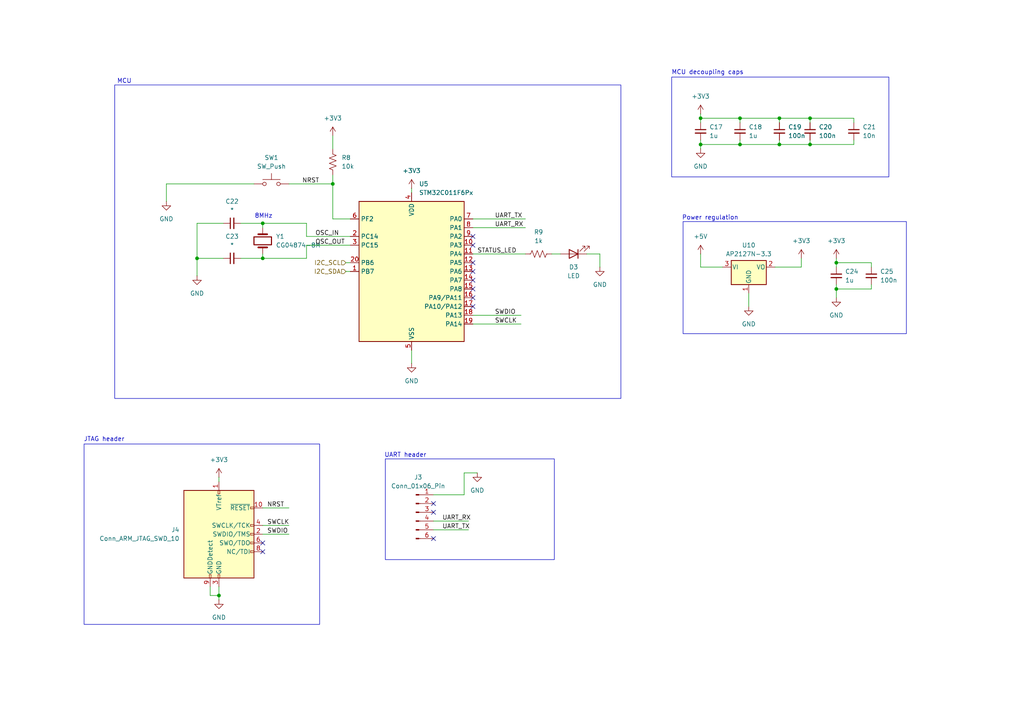
<source format=kicad_sch>
(kicad_sch (version 20250114) (generator "eeschema") (generator_version "9.0")
  (paper "A4")
  (lib_symbols
    (symbol "Connector:Conn_01x06_Pin" (pin_names (offset 1.016) (hide yes))
      (property "Reference" "J" (at 0 7.62 0))
      (property "Value" "Conn_01x06_Pin" (at 0 -10.16 0))
      (symbol "Conn_01x06_Pin_1_1"
        (rectangle (start 0.8636 5.207) (end 0 4.953) (stroke (width 0.1524)) (fill (type outline)))
        (rectangle (start 0.8636 2.667) (end 0 2.413) (stroke (width 0.1524)) (fill (type outline)))
        (rectangle (start 0.8636 0.127) (end 0 -0.127) (stroke (width 0.1524)) (fill (type outline)))
        (rectangle (start 0.8636 -2.413) (end 0 -2.667) (stroke (width 0.1524)) (fill (type outline)))
        (rectangle (start 0.8636 -4.953) (end 0 -5.207) (stroke (width 0.1524)) (fill (type outline)))
        (rectangle (start 0.8636 -7.493) (end 0 -7.747) (stroke (width 0.1524)) (fill (type outline)))
        (polyline (pts (xy 1.27 5.08) (xy 0.8636 5.08)) (stroke (width 0.1524)))
        (polyline (pts (xy 1.27 2.54) (xy 0.8636 2.54)) (stroke (width 0.1524)))
        (polyline (pts (xy 1.27 0) (xy 0.8636 0)) (stroke (width 0.1524)))
        (polyline (pts (xy 1.27 -2.54) (xy 0.8636 -2.54)) (stroke (width 0.1524)))
        (polyline (pts (xy 1.27 -5.08) (xy 0.8636 -5.08)) (stroke (width 0.1524)))
        (polyline (pts (xy 1.27 -7.62) (xy 0.8636 -7.62)) (stroke (width 0.1524)))
        (pin passive line (at 5.08 5.08 180) (length 3.81) (name "Pin_1") (number "1"))
        (pin passive line (at 5.08 2.54 180) (length 3.81) (name "Pin_2") (number "2"))
        (pin passive line (at 5.08 0 180) (length 3.81) (name "Pin_3") (number "3"))
        (pin passive line (at 5.08 -2.54 180) (length 3.81) (name "Pin_4") (number "4"))
        (pin passive line (at 5.08 -5.08 180) (length 3.81) (name "Pin_5") (number "5"))
        (pin passive line (at 5.08 -7.62 180) (length 3.81) (name "Pin_6") (number "6"))
      )
    )
    (symbol "Connector:Conn_ARM_JTAG_SWD_10" (pin_names (offset 1.016))
      (property "Reference" "J" (at -2.54 16.51 0))
      (property "Value" "Conn_ARM_JTAG_SWD_10" (at -2.54 13.97 0))
      (symbol "Conn_ARM_JTAG_SWD_10_0_1"
        (rectangle (start -10.16 12.7) (end 10.16 -12.7) (stroke (width 0.254)) (fill (type background)))
        (rectangle (start -2.794 -12.7) (end -2.286 -11.684))
        (rectangle (start -0.254 12.7) (end 0.254 11.684))
        (rectangle (start -0.254 -12.7) (end 0.254 -11.684))
        (rectangle (start 9.144 2.286) (end 10.16 2.794))
        (rectangle (start 10.16 7.874) (end 9.144 7.366))
        (rectangle (start 10.16 -0.254) (end 9.144 0.254))
        (rectangle (start 10.16 -2.794) (end 9.144 -2.286))
      )
      (symbol "Conn_ARM_JTAG_SWD_10_1_1"
        (rectangle (start 9.144 -5.334) (end 10.16 -4.826))
        (pin no_connect line (at -10.16 0 0) (length 2.54) (hide yes) (name "KEY") (number "7"))
        (pin passive line (at -2.54 -15.24 90) (length 2.54) (name "GNDDetect") (number "9"))
        (pin power_in line (at 0 15.24 270) (length 2.54) (name "VTref") (number "1"))
        (pin power_in line (at 0 -15.24 90) (length 2.54) (name "GND") (number "3"))
        (pin passive line (at 0 -15.24 90) (length 2.54) (hide yes) (name "GND") (number "5"))
        (pin open_collector line (at 12.7 7.62 180) (length 2.54) (name "~{RESET}") (number "10"))
        (pin output line (at 12.7 2.54 180) (length 2.54) (name "SWCLK/TCK") (number "4"))
        (pin bidirectional line (at 12.7 0 180) (length 2.54) (name "SWDIO/TMS") (number "2"))
        (pin input line (at 12.7 -2.54 180) (length 2.54) (name "SWO/TDO") (number "6"))
        (pin output line (at 12.7 -5.08 180) (length 2.54) (name "NC/TDI") (number "8"))
      )
    )
    (symbol "Device:C_Small" (pin_numbers (hide yes)) (pin_names (offset 0.254) (hide yes))
      (property "Reference" "C" (at 0.254 1.778 0))
      (property "Value" "C_Small" (at 0.254 -2.032 0))
      (symbol "C_Small_0_1"
        (polyline (pts (xy -1.524 0.508) (xy 1.524 0.508)) (stroke (width 0.3048)))
        (polyline (pts (xy -1.524 -0.508) (xy 1.524 -0.508)) (stroke (width 0.3302)))
      )
      (symbol "C_Small_1_1"
        (pin passive line (at 0 2.54 270) (length 2.032) (name "~") (number "1"))
        (pin passive line (at 0 -2.54 90) (length 2.032) (name "~") (number "2"))
      )
    )
    (symbol "Device:Crystal" (pin_numbers (hide yes)) (pin_names (offset 1.016) (hide yes))
      (property "Reference" "Y" (at 0 3.81 0))
      (property "Value" "Crystal" (at 0 -3.81 0))
      (symbol "Crystal_0_1"
        (polyline (pts (xy -2.54 0) (xy -1.905 0)))
        (polyline (pts (xy -1.905 -1.27) (xy -1.905 1.27)) (stroke (width 0.508)))
        (rectangle (start -1.143 2.54) (end 1.143 -2.54) (stroke (width 0.3048)))
        (polyline (pts (xy 1.905 -1.27) (xy 1.905 1.27)) (stroke (width 0.508)))
        (polyline (pts (xy 2.54 0) (xy 1.905 0)))
      )
      (symbol "Crystal_1_1"
        (pin passive line (at -3.81 0 0) (length 1.27) (name "1") (number "1"))
        (pin passive line (at 3.81 0 180) (length 1.27) (name "2") (number "2"))
      )
    )
    (symbol "Device:LED" (pin_numbers (hide yes)) (pin_names (offset 1.016) (hide yes))
      (property "Reference" "D" (at 0 2.54 0))
      (property "Value" "LED" (at 0 -2.54 0))
      (symbol "LED_0_1"
        (polyline (pts (xy -3.048 -0.762) (xy -4.572 -2.286) (xy -3.81 -2.286) (xy -4.572 -2.286) (xy -4.572 -1.524)))
        (polyline (pts (xy -1.778 -0.762) (xy -3.302 -2.286) (xy -2.54 -2.286) (xy -3.302 -2.286) (xy -3.302 -1.524)))
        (polyline (pts (xy -1.27 0) (xy 1.27 0)))
        (polyline (pts (xy -1.27 -1.27) (xy -1.27 1.27)) (stroke (width 0.254)))
        (polyline (pts (xy 1.27 -1.27) (xy 1.27 1.27) (xy -1.27 0) (xy 1.27 -1.27)) (stroke (width 0.254)))
      )
      (symbol "LED_1_1"
        (pin passive line (at -3.81 0 0) (length 2.54) (name "K") (number "1"))
        (pin passive line (at 3.81 0 180) (length 2.54) (name "A") (number "2"))
      )
    )
    (symbol "Device:R_US" (pin_numbers (hide yes)) (pin_names (offset 0))
      (property "Reference" "R" (at 2.54 0 90))
      (property "Value" "R_US" (at -2.54 0 90))
      (symbol "R_US_0_1"
        (polyline (pts (xy 0 2.286) (xy 0 2.54)))
        (polyline (pts (xy 0 2.286) (xy 1.016 1.905) (xy 0 1.524) (xy -1.016 1.143) (xy 0 0.762)))
        (polyline (pts (xy 0 0.762) (xy 1.016 0.381) (xy 0 0) (xy -1.016 -0.381) (xy 0 -0.762)))
        (polyline (pts (xy 0 -0.762) (xy 1.016 -1.143) (xy 0 -1.524) (xy -1.016 -1.905) (xy 0 -2.286)))
        (polyline (pts (xy 0 -2.286) (xy 0 -2.54)))
      )
      (symbol "R_US_1_1"
        (pin passive line (at 0 3.81 270) (length 1.27) (name "~") (number "1"))
        (pin passive line (at 0 -3.81 90) (length 1.27) (name "~") (number "2"))
      )
    )
    (symbol "MCU_ST_STM32C0:STM32C011F6Px"
      (property "Reference" "U" (at -15.24 21.59 0))
      (property "Value" "STM32C011F6Px" (at 2.54 21.59 0))
      (symbol "STM32C011F6Px_0_1"
        (rectangle (start -15.24 -20.32) (end 15.24 20.32) (stroke (width 0.254)) (fill (type background)))
      )
      (symbol "STM32C011F6Px_1_1"
        (pin bidirectional line (at -17.78 15.24 0) (length 2.54) (name "PF2") (number "6"))
        (pin bidirectional line (at -17.78 10.16 0) (length 2.54) (name "PC14") (number "2"))
        (pin bidirectional line (at -17.78 7.62 0) (length 2.54) (name "PC15") (number "3"))
        (pin bidirectional line (at -17.78 2.54 0) (length 2.54) (name "PB6") (number "20"))
        (pin bidirectional line (at -17.78 0 0) (length 2.54) (name "PB7") (number "1"))
        (pin power_in line (at 0 22.86 270) (length 2.54) (name "VDD") (number "4"))
        (pin power_in line (at 0 -22.86 90) (length 2.54) (name "VSS") (number "5"))
        (pin bidirectional line (at 17.78 15.24 180) (length 2.54) (name "PA0") (number "7"))
        (pin bidirectional line (at 17.78 12.7 180) (length 2.54) (name "PA1") (number "8"))
        (pin bidirectional line (at 17.78 10.16 180) (length 2.54) (name "PA2") (number "9"))
        (pin bidirectional line (at 17.78 7.62 180) (length 2.54) (name "PA3") (number "10"))
        (pin bidirectional line (at 17.78 5.08 180) (length 2.54) (name "PA4") (number "11"))
        (pin bidirectional line (at 17.78 2.54 180) (length 2.54) (name "PA5") (number "12"))
        (pin bidirectional line (at 17.78 0 180) (length 2.54) (name "PA6") (number "13"))
        (pin bidirectional line (at 17.78 -2.54 180) (length 2.54) (name "PA7") (number "14"))
        (pin bidirectional line (at 17.78 -5.08 180) (length 2.54) (name "PA8") (number "15"))
        (pin bidirectional line (at 17.78 -7.62 180) (length 2.54) (name "PA9/PA11") (number "16"))
        (pin bidirectional line (at 17.78 -10.16 180) (length 2.54) (name "PA10/PA12") (number "17"))
        (pin bidirectional line (at 17.78 -12.7 180) (length 2.54) (name "PA13") (number "18"))
        (pin bidirectional line (at 17.78 -15.24 180) (length 2.54) (name "PA14") (number "19"))
      )
    )
    (symbol "Regulator_Linear:AP2127N-3.3" (pin_names (offset 0.254))
      (property "Reference" "U" (at -3.81 3.175 0))
      (property "Value" "AP2127N-3.3" (at 0 3.175 0))
      (symbol "AP2127N-3.3_0_1"
        (rectangle (start -5.08 1.905) (end 5.08 -5.08) (stroke (width 0.254)) (fill (type background)))
      )
      (symbol "AP2127N-3.3_1_1"
        (pin power_in line (at -7.62 0 0) (length 2.54) (name "VI") (number "3"))
        (pin power_in line (at 0 -7.62 90) (length 2.54) (name "GND") (number "1"))
        (pin power_out line (at 7.62 0 180) (length 2.54) (name "VO") (number "2"))
      )
    )
    (symbol "Switch:SW_Push" (pin_numbers (hide yes)) (pin_names (offset 1.016) (hide yes))
      (property "Reference" "SW" (at 1.27 2.54 0))
      (property "Value" "SW_Push" (at 0 -1.524 0))
      (symbol "SW_Push_0_1"
        (circle (center -2.032 0) (radius 0.508))
        (polyline (pts (xy 0 1.27) (xy 0 3.048)))
        (circle (center 2.032 0) (radius 0.508))
        (polyline (pts (xy 2.54 1.27) (xy -2.54 1.27)))
        (pin passive line (at -5.08 0 0) (length 2.54) (name "1") (number "1"))
        (pin passive line (at 5.08 0 180) (length 2.54) (name "2") (number "2"))
      )
    )
    (symbol "power:+3V3" (power) (pin_numbers (hide yes)) (pin_names (offset 0) (hide yes))
      (property "Value" "+3V3" (at 0 3.556 0))
      (symbol "+3V3_0_1"
        (polyline (pts (xy -0.762 1.27) (xy 0 2.54)))
        (polyline (pts (xy 0 2.54) (xy 0.762 1.27)))
        (polyline (pts (xy 0 0) (xy 0 2.54)))
      )
      (symbol "+3V3_1_1"
        (pin power_in line (at 0 0 90) (length 0) (name "~") (number "1"))
      )
    )
    (symbol "power:+5V" (power) (pin_numbers (hide yes)) (pin_names (offset 0) (hide yes))
      (property "Value" "+5V" (at 0 3.556 0))
      (symbol "+5V_0_1"
        (polyline (pts (xy -0.762 1.27) (xy 0 2.54)))
        (polyline (pts (xy 0 2.54) (xy 0.762 1.27)))
        (polyline (pts (xy 0 0) (xy 0 2.54)))
      )
      (symbol "+5V_1_1"
        (pin power_in line (at 0 0 90) (length 0) (name "~") (number "1"))
      )
    )
    (symbol "power:GND" (power) (pin_numbers (hide yes)) (pin_names (offset 0) (hide yes))
      (property "Value" "GND" (at 0 -3.81 0))
      (symbol "GND_0_1"
        (polyline (pts (xy 0 0) (xy 0 -1.27) (xy 1.27 -1.27) (xy 0 -2.54) (xy -1.27 -1.27) (xy 0 -1.27)))
      )
      (symbol "GND_1_1"
        (pin power_in line (at 0 0 270) (length 0) (name "~") (number "1"))
      )
    )
  )
  (rectangle (start 33.274 24.638) (end 180.086 115.57))
  (rectangle (start 111.76 133.096) (end 160.782 162.306))
  (rectangle (start 194.818 22.352) (end 257.81 51.308))
  (rectangle (start 198.12 64.262) (end 262.89 96.774))
  (rectangle (start 24.384 128.778) (end 92.71 181.102))
  (text "JTAG header\n" (at 30.226 127.508 0) (effects (font (size 1.27 1.27))))
  (text "UART header\n" (at 117.602 132.08 0) (effects (font (size 1.27 1.27))))
  (text "8MHz\n" (at 76.454 62.738 0) (effects (font (size 1.27 1.27))))
  (text "MCU decoupling caps\n" (at 205.232 21.082 0) (effects (font (size 1.27 1.27))))
  (text "MCU\n" (at 36.068 23.622 0) (effects (font (size 1.27 1.27))))
  (text "Power regulation\n" (at 205.994 63.246 0) (effects (font (size 1.27 1.27))))
  (junction (at 242.57 83.82))
  (junction (at 242.57 76.2))
  (junction (at 57.15 74.93))
  (junction (at 203.2 34.29))
  (junction (at 96.52 53.34))
  (junction (at 203.2 41.91))
  (junction (at 214.63 34.29))
  (junction (at 226.06 41.91))
  (junction (at 234.95 34.29))
  (junction (at 234.95 41.91))
  (junction (at 226.06 34.29))
  (junction (at 76.2 64.77))
  (junction (at 76.2 74.93))
  (junction (at 214.63 41.91))
  (junction (at 63.5 172.72))
  (no_connect (at 125.73 156.21))
  (no_connect (at 76.2 157.48))
  (no_connect (at 137.16 68.58))
  (no_connect (at 137.16 88.9))
  (no_connect (at 76.2 160.02))
  (no_connect (at 137.16 78.74))
  (no_connect (at 137.16 86.36))
  (no_connect (at 137.16 71.12))
  (no_connect (at 125.73 148.59))
  (no_connect (at 137.16 83.82))
  (no_connect (at 137.16 76.2))
  (no_connect (at 125.73 146.05))
  (no_connect (at 137.16 81.28))
  (wire (pts (xy 247.65 41.91) (xy 234.95 41.91)))
  (wire (pts (xy 234.95 41.91) (xy 234.95 40.64)))
  (wire (pts (xy 119.38 101.6) (xy 119.38 105.41)))
  (wire (pts (xy 63.5 170.18) (xy 63.5 172.72)))
  (wire (pts (xy 232.41 74.93) (xy 232.41 77.47)))
  (wire (pts (xy 203.2 73.66) (xy 203.2 77.47)))
  (wire (pts (xy 100.33 78.74) (xy 101.6 78.74)))
  (wire (pts (xy 48.26 53.34) (xy 48.26 58.42)))
  (wire (pts (xy 88.9 68.58) (xy 101.6 68.58)))
  (wire (pts (xy 242.57 82.55) (xy 242.57 83.82)))
  (wire (pts (xy 226.06 34.29) (xy 234.95 34.29)))
  (wire (pts (xy 88.9 64.77) (xy 88.9 68.58)))
  (wire (pts (xy 217.17 85.09) (xy 217.17 88.9)))
  (wire (pts (xy 137.16 66.04) (xy 152.4 66.04)))
  (wire (pts (xy 226.06 34.29) (xy 226.06 35.56)))
  (wire (pts (xy 76.2 152.4) (xy 83.82 152.4)))
  (wire (pts (xy 209.55 77.47) (xy 203.2 77.47)))
  (wire (pts (xy 88.9 71.12) (xy 88.9 74.93)))
  (wire (pts (xy 203.2 40.64) (xy 203.2 41.91)))
  (wire (pts (xy 125.73 153.67) (xy 135.89 153.67)))
  (wire (pts (xy 69.85 64.77) (xy 76.2 64.77)))
  (wire (pts (xy 60.96 172.72) (xy 63.5 172.72)))
  (wire (pts (xy 125.73 143.51) (xy 134.62 143.51)))
  (wire (pts (xy 203.2 41.91) (xy 214.63 41.91)))
  (wire (pts (xy 137.16 63.5) (xy 152.4 63.5)))
  (wire (pts (xy 76.2 147.32) (xy 83.82 147.32)))
  (wire (pts (xy 60.96 170.18) (xy 60.96 172.72)))
  (wire (pts (xy 101.6 71.12) (xy 88.9 71.12)))
  (wire (pts (xy 247.65 34.29) (xy 247.65 35.56)))
  (wire (pts (xy 57.15 64.77) (xy 57.15 74.93)))
  (wire (pts (xy 160.02 73.66) (xy 162.56 73.66)))
  (wire (pts (xy 137.16 73.66) (xy 152.4 73.66)))
  (wire (pts (xy 76.2 154.94) (xy 83.82 154.94)))
  (wire (pts (xy 125.73 151.13) (xy 135.89 151.13)))
  (wire (pts (xy 242.57 83.82) (xy 252.73 83.82)))
  (wire (pts (xy 101.6 63.5) (xy 96.52 63.5)))
  (wire (pts (xy 137.16 91.44) (xy 151.13 91.44)))
  (wire (pts (xy 57.15 74.93) (xy 57.15 80.01)))
  (wire (pts (xy 242.57 83.82) (xy 242.57 86.36)))
  (wire (pts (xy 214.63 41.91) (xy 226.06 41.91)))
  (wire (pts (xy 203.2 33.02) (xy 203.2 34.29)))
  (wire (pts (xy 64.77 64.77) (xy 57.15 64.77)))
  (wire (pts (xy 226.06 41.91) (xy 234.95 41.91)))
  (wire (pts (xy 76.2 74.93) (xy 76.2 73.66)))
  (wire (pts (xy 214.63 34.29) (xy 226.06 34.29)))
  (wire (pts (xy 69.85 74.93) (xy 76.2 74.93)))
  (wire (pts (xy 137.16 93.98) (xy 151.13 93.98)))
  (wire (pts (xy 234.95 34.29) (xy 234.95 35.56)))
  (wire (pts (xy 173.99 73.66) (xy 173.99 77.47)))
  (wire (pts (xy 83.82 53.34) (xy 96.52 53.34)))
  (wire (pts (xy 203.2 34.29) (xy 214.63 34.29)))
  (wire (pts (xy 63.5 138.43) (xy 63.5 139.7)))
  (wire (pts (xy 73.66 53.34) (xy 48.26 53.34)))
  (wire (pts (xy 252.73 77.47) (xy 252.73 76.2)))
  (wire (pts (xy 247.65 40.64) (xy 247.65 41.91)))
  (wire (pts (xy 134.62 143.51) (xy 134.62 137.16)))
  (wire (pts (xy 252.73 76.2) (xy 242.57 76.2)))
  (wire (pts (xy 170.18 73.66) (xy 173.99 73.66)))
  (wire (pts (xy 203.2 41.91) (xy 203.2 43.18)))
  (wire (pts (xy 96.52 50.8) (xy 96.52 53.34)))
  (wire (pts (xy 242.57 76.2) (xy 242.57 77.47)))
  (wire (pts (xy 88.9 74.93) (xy 76.2 74.93)))
  (wire (pts (xy 63.5 172.72) (xy 63.5 173.99)))
  (wire (pts (xy 252.73 83.82) (xy 252.73 82.55)))
  (wire (pts (xy 224.79 77.47) (xy 232.41 77.47)))
  (wire (pts (xy 242.57 74.93) (xy 242.57 76.2)))
  (wire (pts (xy 76.2 64.77) (xy 76.2 66.04)))
  (wire (pts (xy 96.52 53.34) (xy 96.52 63.5)))
  (wire (pts (xy 76.2 64.77) (xy 88.9 64.77)))
  (wire (pts (xy 234.95 34.29) (xy 247.65 34.29)))
  (wire (pts (xy 134.62 137.16) (xy 138.43 137.16)))
  (wire (pts (xy 100.33 76.2) (xy 101.6 76.2)))
  (wire (pts (xy 203.2 34.29) (xy 203.2 35.56)))
  (wire (pts (xy 226.06 40.64) (xy 226.06 41.91)))
  (wire (pts (xy 119.38 54.61) (xy 119.38 55.88)))
  (wire (pts (xy 214.63 34.29) (xy 214.63 35.56)))
  (wire (pts (xy 96.52 39.37) (xy 96.52 43.18)))
  (wire (pts (xy 57.15 74.93) (xy 64.77 74.93)))
  (wire (pts (xy 214.63 40.64) (xy 214.63 41.91)))
  (label "UART_RX" (at 128.27 151.13 0))
  (label "UART_TX" (at 128.27 153.67 0))
  (label "NRST" (at 77.47 147.32 0))
  (label "SWDIO" (at 77.47 154.94 0))
  (label "OSC_OUT" (at 91.44 71.12 0))
  (label "SWCLK" (at 143.51 93.98 0))
  (label "SWCLK" (at 77.47 152.4 0))
  (label "NRST" (at 87.63 53.34 0))
  (label "SWDIO" (at 143.51 91.44 0))
  (label "UART_TX" (at 143.51 63.5 0))
  (label "UART_RX" (at 143.51 66.04 0))
  (label "OSC_IN" (at 91.44 68.58 0))
  (label "STATUS_LED" (at 138.43 73.66 0))
  (hierarchical_label "I2C_SCL" (shape input) (at 100.33 76.2 180))
  (hierarchical_label "I2C_SDA" (shape input) (at 100.33 78.74 180))
  (symbol (lib_id "Device:Crystal") (at 76.2 69.85 90) (unit 1)
    (property "Reference" "Y1" (at 80.01 68.5799 90) (effects (justify right)))
    (property "Value" "CG04874-8M" (at 80.01 71.1199 90) (effects (justify right)))
    (property "Footprint" "footprints:XTAL_CG04874_NDK" (effects (hide yes)))
    (property "Description" "Two pin crystal" (effects (hide yes)))
  )
  (symbol (lib_id "power:+3V3") (at 96.52 39.37 0) (unit 1)
    (property "Reference" "#PWR042" (effects (hide yes)))
    (property "Value" "+3V3" (at 96.52 34.29 0))
    (property "Description" "Power symbol creates a global label with name \"+3V3\"" (effects (hide yes)))
  )
  (symbol (lib_id "power:GND") (at 173.99 77.47 0) (unit 1)
    (property "Reference" "#PWR044" (effects (hide yes)))
    (property "Value" "GND" (at 173.99 82.55 0))
    (property "Description" "Power symbol creates a global label with name \"GND\" , ground" (effects (hide yes)))
  )
  (symbol (lib_id "Device:C_Small") (at 214.63 38.1 0) (unit 1)
    (property "Reference" "C18" (at 217.17 36.8362 0) (effects (justify left)))
    (property "Value" "1u" (at 217.17 39.3762 0) (effects (justify left)))
    (property "Footprint" "Capacitor_SMD:C_0603_1608Metric_Pad1.08x0.95mm_HandSolder" (effects (hide yes)))
    (property "Description" "Unpolarized capacitor, small symbol" (effects (hide yes)))
  )
  (symbol (lib_id "Device:R_US") (at 96.52 46.99 0) (unit 1)
    (property "Reference" "R8" (at 99.06 45.7199 0) (effects (justify left)))
    (property "Value" "10k" (at 99.06 48.2599 0) (effects (justify left)))
    (property "Footprint" "Resistor_SMD:R_0603_1608Metric_Pad0.98x0.95mm_HandSolder" (effects (hide yes)))
    (property "Description" "Resistor, US symbol" (effects (hide yes)))
  )
  (symbol (lib_id "Regulator_Linear:AP2127N-3.3") (at 217.17 77.47 0) (unit 1)
    (property "Reference" "U10" (at 217.17 71.12 0))
    (property "Value" "AP2127N-3.3" (at 217.17 73.66 0))
    (property "Footprint" "Package_TO_SOT_SMD:SOT-23" (effects (hide yes)))
    (property "Datasheet" "https://www.diodes.com/assets/Datasheets/AP2127.pdf" (effects (hide yes)))
    (property "Description" "300mA low dropout linear regulator, shutdown pin, 2.5V-6V input voltage, 3.3V fixed positive output, SOT-23 package" (effects (hide yes)))
  )
  (symbol (lib_id "Device:LED") (at 166.37 73.66 180) (unit 1)
    (property "Reference" "D3" (at 166.37 77.47 0))
    (property "Value" "LED" (at 166.37 80.01 0))
    (property "Footprint" "LED_SMD:LED_0603_1608Metric_Pad1.05x0.95mm_HandSolder" (effects (hide yes)))
    (property "Description" "Light emitting diode" (effects (hide yes)))
    (property "Sim.Pins" "1=K 2=A" (effects (hide yes)))
  )
  (symbol (lib_id "Device:C_Small") (at 203.2 38.1 0) (unit 1)
    (property "Reference" "C17" (at 205.74 36.8362 0) (effects (justify left)))
    (property "Value" "1u" (at 205.74 39.3762 0) (effects (justify left)))
    (property "Footprint" "Capacitor_SMD:C_0603_1608Metric_Pad1.08x0.95mm_HandSolder" (effects (hide yes)))
    (property "Description" "Unpolarized capacitor, small symbol" (effects (hide yes)))
  )
  (symbol (lib_id "Device:C_Small") (at 67.31 64.77 90) (unit 1)
    (property "Reference" "C22" (at 67.3163 58.42 90))
    (property "Value" "*" (at 67.3163 60.96 90))
    (property "Footprint" "Capacitor_SMD:C_0603_1608Metric_Pad1.08x0.95mm_HandSolder" (effects (hide yes)))
    (property "Description" "Unpolarized capacitor, small symbol" (effects (hide yes)))
  )
  (symbol (lib_id "power:+3V3") (at 242.57 74.93 0) (unit 1)
    (property "Reference" "#PWR051" (effects (hide yes)))
    (property "Value" "+3V3" (at 242.57 69.85 0))
    (property "Description" "Power symbol creates a global label with name \"+3V3\"" (effects (hide yes)))
  )
  (symbol (lib_id "power:GND") (at 217.17 88.9 0) (unit 1)
    (property "Reference" "#PWR050" (effects (hide yes)))
    (property "Value" "GND" (at 217.17 93.98 0))
    (property "Description" "Power symbol creates a global label with name \"GND\" , ground" (effects (hide yes)))
  )
  (symbol (lib_id "power:GND") (at 138.43 137.16 0) (unit 1)
    (property "Reference" "#PWR047" (effects (hide yes)))
    (property "Value" "GND" (at 138.43 142.24 0))
    (property "Description" "Power symbol creates a global label with name \"GND\" , ground" (effects (hide yes)))
  )
  (symbol (lib_id "Switch:SW_Push") (at 78.74 53.34 0) (unit 1)
    (property "Reference" "SW1" (at 78.74 45.72 0))
    (property "Value" "SW_Push" (at 78.74 48.26 0))
    (property "Footprint" "Button_Switch_THT:SW_PUSH_6mm" (effects (hide yes)))
    (property "Description" "Push button switch, generic, two pins" (effects (hide yes)))
  )
  (symbol (lib_id "Connector:Conn_ARM_JTAG_SWD_10") (at 63.5 154.94 0) (unit 1)
    (property "Reference" "J4" (at 52.07 153.6699 0) (effects (justify right)))
    (property "Value" "Conn_ARM_JTAG_SWD_10" (at 52.07 156.2099 0) (effects (justify right)))
    (property "Footprint" "Connector_PinHeader_1.27mm:PinHeader_2x05_P1.27mm_Vertical" (effects (hide yes)))
    (property "Datasheet" "http://infocenter.arm.com/help/topic/com.arm.doc.ddi0314h/DDI0314H_coresight_components_trm.pdf" (effects (hide yes)))
    (property "Description" "Cortex Debug Connector, standard ARM Cortex-M SWD and JTAG interface" (effects (hide yes)))
  )
  (symbol (lib_id "Device:C_Small") (at 247.65 38.1 0) (unit 1)
    (property "Reference" "C21" (at 250.19 36.8362 0) (effects (justify left)))
    (property "Value" "10n" (at 250.19 39.3762 0) (effects (justify left)))
    (property "Footprint" "Capacitor_SMD:C_0603_1608Metric_Pad1.08x0.95mm_HandSolder" (effects (hide yes)))
    (property "Description" "Unpolarized capacitor, small symbol" (effects (hide yes)))
  )
  (symbol (lib_id "Device:C_Small") (at 252.73 80.01 0) (unit 1)
    (property "Reference" "C25" (at 255.27 78.7462 0) (effects (justify left)))
    (property "Value" "100n" (at 255.27 81.2862 0) (effects (justify left)))
    (property "Footprint" "Capacitor_SMD:C_0603_1608Metric_Pad1.08x0.95mm_HandSolder" (effects (hide yes)))
    (property "Description" "Unpolarized capacitor, small symbol" (effects (hide yes)))
  )
  (symbol (lib_id "power:+3V3") (at 119.38 54.61 0) (unit 1)
    (property "Reference" "#PWR026" (effects (hide yes)))
    (property "Value" "+3V3" (at 119.38 49.53 0))
    (property "Description" "Power symbol creates a global label with name \"+3V3\"" (effects (hide yes)))
  )
  (symbol (lib_id "power:+3V3") (at 203.2 33.02 0) (unit 1)
    (property "Reference" "#PWR039" (effects (hide yes)))
    (property "Value" "+3V3" (at 203.2 27.94 0))
    (property "Description" "Power symbol creates a global label with name \"+3V3\"" (effects (hide yes)))
  )
  (symbol (lib_id "Device:C_Small") (at 67.31 74.93 90) (unit 1)
    (property "Reference" "C23" (at 67.3163 68.58 90))
    (property "Value" "*" (at 67.3163 71.12 90))
    (property "Footprint" "Capacitor_SMD:C_0603_1608Metric_Pad1.08x0.95mm_HandSolder" (effects (hide yes)))
    (property "Description" "Unpolarized capacitor, small symbol" (effects (hide yes)))
  )
  (symbol (lib_id "power:GND") (at 48.26 58.42 0) (unit 1)
    (property "Reference" "#PWR043" (effects (hide yes)))
    (property "Value" "GND" (at 48.26 63.5 0))
    (property "Description" "Power symbol creates a global label with name \"GND\" , ground" (effects (hide yes)))
  )
  (symbol (lib_id "power:+5V") (at 203.2 73.66 0) (unit 1)
    (property "Reference" "#PWR048" (effects (hide yes)))
    (property "Value" "+5V" (at 203.2 68.58 0))
    (property "Description" "Power symbol creates a global label with name \"+5V\"" (effects (hide yes)))
  )
  (symbol (lib_id "Connector:Conn_01x06_Pin") (at 120.65 148.59 0) (unit 1)
    (property "Reference" "J3" (at 121.285 138.43 0))
    (property "Value" "Conn_01x06_Pin" (at 121.285 140.97 0))
    (property "Footprint" "Connector_PinHeader_2.54mm:PinHeader_1x06_P2.54mm_Vertical" (effects (hide yes)))
    (property "Description" "Generic connector, single row, 01x06, script generated" (effects (hide yes)))
  )
  (symbol (lib_id "power:GND") (at 242.57 86.36 0) (unit 1)
    (property "Reference" "#PWR052" (effects (hide yes)))
    (property "Value" "GND" (at 242.57 91.44 0))
    (property "Description" "Power symbol creates a global label with name \"GND\" , ground" (effects (hide yes)))
  )
  (symbol (lib_id "Device:R_US") (at 156.21 73.66 270) (unit 1)
    (property "Reference" "R9" (at 156.21 67.31 90))
    (property "Value" "1k" (at 156.21 69.85 90))
    (property "Footprint" "Resistor_SMD:R_0603_1608Metric_Pad0.98x0.95mm_HandSolder" (effects (hide yes)))
    (property "Description" "Resistor, US symbol" (effects (hide yes)))
  )
  (symbol (lib_id "power:+3V3") (at 63.5 138.43 0) (unit 1)
    (property "Reference" "#PWR045" (effects (hide yes)))
    (property "Value" "+3V3" (at 63.5 133.35 0))
    (property "Description" "Power symbol creates a global label with name \"+3V3\"" (effects (hide yes)))
  )
  (symbol (lib_id "power:+3V3") (at 232.41 74.93 0) (unit 1)
    (property "Reference" "#PWR049" (effects (hide yes)))
    (property "Value" "+3V3" (at 232.41 69.85 0))
    (property "Description" "Power symbol creates a global label with name \"+3V3\"" (effects (hide yes)))
  )
  (symbol (lib_id "power:GND") (at 57.15 80.01 0) (unit 1)
    (property "Reference" "#PWR041" (effects (hide yes)))
    (property "Value" "GND" (at 57.15 85.09 0))
    (property "Description" "Power symbol creates a global label with name \"GND\" , ground" (effects (hide yes)))
  )
  (symbol (lib_id "power:GND") (at 119.38 105.41 0) (unit 1)
    (property "Reference" "#PWR027" (effects (hide yes)))
    (property "Value" "GND" (at 119.38 110.49 0))
    (property "Description" "Power symbol creates a global label with name \"GND\" , ground" (effects (hide yes)))
  )
  (symbol (lib_id "power:GND") (at 203.2 43.18 0) (unit 1)
    (property "Reference" "#PWR040" (effects (hide yes)))
    (property "Value" "GND" (at 203.2 48.26 0))
    (property "Description" "Power symbol creates a global label with name \"GND\" , ground" (effects (hide yes)))
  )
  (symbol (lib_id "Device:C_Small") (at 234.95 38.1 0) (unit 1)
    (property "Reference" "C20" (at 237.49 36.8362 0) (effects (justify left)))
    (property "Value" "100n" (at 237.49 39.3762 0) (effects (justify left)))
    (property "Footprint" "Capacitor_SMD:C_0603_1608Metric_Pad1.08x0.95mm_HandSolder" (effects (hide yes)))
    (property "Description" "Unpolarized capacitor, small symbol" (effects (hide yes)))
  )
  (symbol (lib_id "MCU_ST_STM32C0:STM32C011F6Px") (at 119.38 78.74 0) (unit 1)
    (property "Reference" "U5" (at 121.5233 53.34 0) (effects (justify left)))
    (property "Value" "STM32C011F6Px" (at 121.5233 55.88 0) (effects (justify left)))
    (property "Footprint" "Package_SO:TSSOP-20_4.4x6.5mm_P0.65mm" (effects (hide yes)))
    (property "Datasheet" "https://www.st.com/resource/en/datasheet/stm32c011f6.pdf" (effects (hide yes)))
    (property "Description" "STMicroelectronics Arm Cortex-M0+ MCU, 32KB flash, 6KB RAM, 48 MHz, 2.0-3.6V, 18 GPIO, TSSOP20" (effects (hide yes)))
  )
  (symbol (lib_id "Device:C_Small") (at 226.06 38.1 0) (unit 1)
    (property "Reference" "C19" (at 228.6 36.8362 0) (effects (justify left)))
    (property "Value" "100n" (at 228.6 39.3762 0) (effects (justify left)))
    (property "Footprint" "Capacitor_SMD:C_0603_1608Metric_Pad1.08x0.95mm_HandSolder" (effects (hide yes)))
    (property "Description" "Unpolarized capacitor, small symbol" (effects (hide yes)))
  )
  (symbol (lib_id "Device:C_Small") (at 242.57 80.01 0) (unit 1)
    (property "Reference" "C24" (at 245.11 78.7462 0) (effects (justify left)))
    (property "Value" "1u" (at 245.11 81.2862 0) (effects (justify left)))
    (property "Footprint" "Capacitor_SMD:C_0603_1608Metric_Pad1.08x0.95mm_HandSolder" (effects (hide yes)))
    (property "Description" "Unpolarized capacitor, small symbol" (effects (hide yes)))
  )
  (symbol (lib_id "power:GND") (at 63.5 173.99 0) (unit 1)
    (property "Reference" "#PWR046" (effects (hide yes)))
    (property "Value" "GND" (at 63.5 179.07 0))
    (property "Description" "Power symbol creates a global label with name \"GND\" , ground" (effects (hide yes)))
  )
)
</source>
